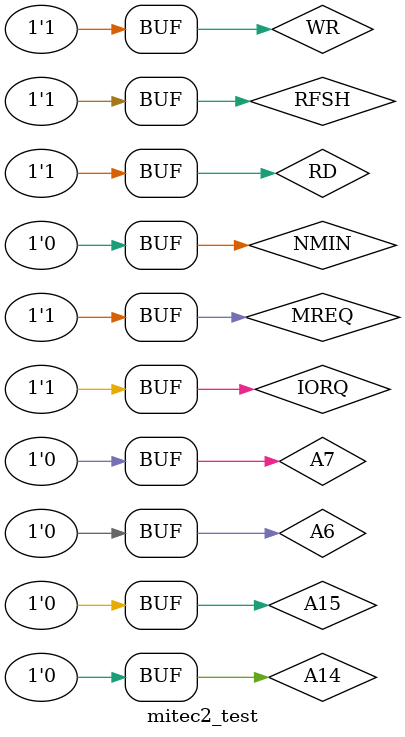
<source format=v>
`timescale 1ns / 1ps


module mitec2_test;

	// Inputs
	reg NMIN;
	reg RD;
	reg WR;
	reg MREQ;
	reg IORQ;
	reg RFSH;
	reg A6;
	reg A7;
	reg A14;
	reg A15;

	// Outputs
	wire NMI;
	wire IOR;
	wire IOW;
	wire MEMR;
	wire MEMW;
	wire CSR;
	wire CSW;
	wire CE89;
	wire CSSRAM;
	wire CEROM2;
	wire CAS1;
	wire RAS1;
	wire CAS2;
	wire RAS2;
	wire MUX;
	wire RAMA7;

	// Instantiate the Unit Under Test (UUT)
	mitec2 uut (
		.NMIN(NMIN), 
		.RD(RD), 
		.WR(WR), 
		.MREQ(MREQ), 
		.IORQ(IORQ), 
		.RFSH(RFSH), 
		.RAMA7(RAMA7), 
		.A6(A6), 
		.A7(A7), 
		.A14(A14), 
		.A15(A15), 
		.NMI(NMI), 
		.IOR(IOR), 
		.IOW(IOW), 
		.MEMR(MEMR), 
		.MEMW(MEMW), 
		.CSR(CSR), 
		.CSW(CSW), 
		.CE89(CE89), 
		.CSSRAM(CSSRAM), 
		.CEROM2(CEROM2), 
		.CAS1(CAS1), 
		.RAS1(RAS1), 
		.CAS2(CAS2), 
		.RAS2(RAS2), 
		.MUX(MUX)
	);

	initial begin
		$monitor("T=%0t: NMI=%d, NMIN=%d\n", $time, NMI, NMIN	);

		// Initialize Inputs
		NMIN = 1;
		RD = 1;
		WR = 1;
		MREQ = 1;
		IORQ = 1;
		RFSH = 1;
		A6 = 0;
		A7 = 0;
		A14 = 0;
		A15 = 0;

		// Wait 100 ns for global reset to finish
		#100;
        

		NMIN = 1;
		#10000000 NMIN = 0;
		#60000000 NMIN = 1;
		#60000000 NMIN = 0;

	end
      
endmodule


</source>
